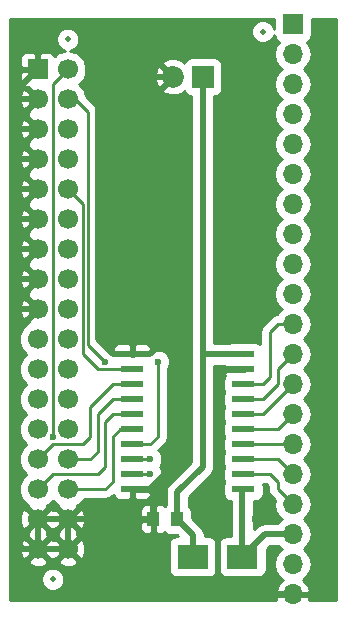
<source format=gbr>
G04 #@! TF.FileFunction,Copper,L1,Top,Signal*
%FSLAX46Y46*%
G04 Gerber Fmt 4.6, Leading zero omitted, Abs format (unit mm)*
G04 Created by KiCad (PCBNEW 4.0.7) date 05/03/18 17:21:10*
%MOMM*%
%LPD*%
G01*
G04 APERTURE LIST*
%ADD10C,0.100000*%
%ADD11R,1.700000X1.700000*%
%ADD12O,1.700000X1.700000*%
%ADD13R,1.000000X1.250000*%
%ADD14C,1.700000*%
%ADD15R,1.850000X1.850000*%
%ADD16C,1.850000*%
%ADD17R,1.950000X0.600000*%
%ADD18C,0.500000*%
%ADD19R,2.650000X2.030000*%
%ADD20C,0.600000*%
%ADD21C,0.500000*%
%ADD22C,0.250000*%
%ADD23C,0.254000*%
G04 APERTURE END LIST*
D10*
D11*
X124460000Y-79375000D03*
D12*
X124460000Y-81915000D03*
X124460000Y-84455000D03*
X124460000Y-86995000D03*
X124460000Y-89535000D03*
X124460000Y-92075000D03*
X124460000Y-94615000D03*
X124460000Y-97155000D03*
X124460000Y-99695000D03*
X124460000Y-102235000D03*
X124460000Y-104775000D03*
X124460000Y-107315000D03*
X124460000Y-109855000D03*
X124460000Y-112395000D03*
X124460000Y-114935000D03*
X124460000Y-117475000D03*
X124460000Y-120015000D03*
X124460000Y-122555000D03*
X124460000Y-125095000D03*
X124460000Y-127635000D03*
D13*
X114665000Y-121285000D03*
X112665000Y-121285000D03*
D11*
X102870000Y-83185000D03*
D14*
X105410000Y-83185000D03*
X102870000Y-85725000D03*
X105410000Y-85725000D03*
X102870000Y-88265000D03*
X105410000Y-88265000D03*
X102870000Y-90805000D03*
X105410000Y-90805000D03*
X102870000Y-93345000D03*
X105410000Y-93345000D03*
X102870000Y-95885000D03*
X105410000Y-95885000D03*
X102870000Y-98425000D03*
X105410000Y-98425000D03*
X102870000Y-100965000D03*
X105410000Y-100965000D03*
X102870000Y-103505000D03*
X105410000Y-103505000D03*
X102870000Y-106045000D03*
X105410000Y-106045000D03*
X102870000Y-108585000D03*
X105410000Y-108585000D03*
X102870000Y-111125000D03*
X105410000Y-111125000D03*
X102870000Y-113665000D03*
X105410000Y-113665000D03*
X102870000Y-116205000D03*
X105410000Y-116205000D03*
X102870000Y-118745000D03*
X105410000Y-118745000D03*
X102870000Y-121285000D03*
X105410000Y-121285000D03*
X102870000Y-123825000D03*
X105410000Y-123825000D03*
D15*
X116840000Y-83820000D03*
D16*
X114340000Y-83820000D03*
D17*
X110870000Y-107315000D03*
X110870000Y-108585000D03*
X110870000Y-109855000D03*
X110870000Y-111125000D03*
X110870000Y-112395000D03*
X110870000Y-113665000D03*
X110870000Y-114935000D03*
X110870000Y-116205000D03*
X110870000Y-117475000D03*
X110870000Y-118745000D03*
X120270000Y-118745000D03*
X120270000Y-117475000D03*
X120270000Y-116205000D03*
X120270000Y-114935000D03*
X120270000Y-113665000D03*
X120270000Y-112395000D03*
X120270000Y-111125000D03*
X120270000Y-109855000D03*
X120270000Y-108585000D03*
X120270000Y-107315000D03*
D18*
X105410000Y-80645000D03*
X121920000Y-80010000D03*
D19*
X116020000Y-124460000D03*
X120200000Y-124460000D03*
D18*
X104140000Y-126365000D03*
D20*
X118110000Y-121285000D03*
X121285000Y-121285000D03*
X114300000Y-104140000D03*
X104140000Y-114300000D03*
X112395000Y-116205000D03*
X113030000Y-107950000D03*
X108585000Y-107950000D03*
X112395000Y-117475000D03*
D21*
X114665000Y-121285000D02*
X116020000Y-122640000D01*
X116020000Y-122640000D02*
X116020000Y-124460000D01*
X120270000Y-107315000D02*
X116840000Y-107315000D01*
X116840000Y-83820000D02*
X116840000Y-107315000D01*
X116840000Y-107315000D02*
X116840000Y-116840000D01*
X114665000Y-119015000D02*
X114665000Y-121285000D01*
X116840000Y-116840000D02*
X114665000Y-119015000D01*
X114340000Y-83820000D02*
X109220000Y-83820000D01*
X109220000Y-83820000D02*
X107950000Y-85090000D01*
X114300000Y-106680000D02*
X114300000Y-104140000D01*
X110870000Y-107315000D02*
X109220000Y-107315000D01*
X109220000Y-107315000D02*
X107950000Y-106045000D01*
X107950000Y-106045000D02*
X107950000Y-85090000D01*
X114300000Y-83780000D02*
X114340000Y-83820000D01*
X110870000Y-107315000D02*
X112395000Y-107315000D01*
X113030000Y-106680000D02*
X114300000Y-106680000D01*
X114300000Y-106680000D02*
X114340000Y-106680000D01*
X112395000Y-107315000D02*
X113030000Y-106680000D01*
X120270000Y-108585000D02*
X118745000Y-108585000D01*
X118110000Y-109220000D02*
X118110000Y-121285000D01*
X118110000Y-121285000D02*
X118110000Y-127635000D01*
X118745000Y-108585000D02*
X118110000Y-109220000D01*
X114340000Y-106680000D02*
X114340000Y-116800000D01*
X114340000Y-116800000D02*
X112395000Y-118745000D01*
X124460000Y-127635000D02*
X118110000Y-127635000D01*
X118110000Y-127635000D02*
X101600000Y-127635000D01*
X100965000Y-127000000D02*
X100965000Y-123190000D01*
X101600000Y-127635000D02*
X100965000Y-127000000D01*
X112665000Y-121285000D02*
X112665000Y-119015000D01*
X112395000Y-118745000D02*
X110870000Y-118745000D01*
X112665000Y-119015000D02*
X112395000Y-118745000D01*
X105410000Y-121285000D02*
X112665000Y-121285000D01*
X102870000Y-103505000D02*
X100965000Y-103505000D01*
X102870000Y-100965000D02*
X100965000Y-100965000D01*
X102870000Y-98425000D02*
X100965000Y-98425000D01*
X102870000Y-95885000D02*
X100965000Y-95885000D01*
X102870000Y-93345000D02*
X100965000Y-93345000D01*
X102870000Y-90805000D02*
X100965000Y-90805000D01*
X102870000Y-88265000D02*
X100965000Y-88265000D01*
X102870000Y-85725000D02*
X100965000Y-85725000D01*
X105410000Y-121285000D02*
X105410000Y-123825000D01*
X102870000Y-121285000D02*
X105410000Y-121285000D01*
X102870000Y-121285000D02*
X102870000Y-123825000D01*
X105410000Y-123825000D02*
X102870000Y-123825000D01*
X102870000Y-123825000D02*
X101600000Y-123825000D01*
X101600000Y-123825000D02*
X100965000Y-123190000D01*
X100965000Y-123190000D02*
X100965000Y-103505000D01*
X100965000Y-103505000D02*
X100965000Y-100965000D01*
X100965000Y-100965000D02*
X100965000Y-98425000D01*
X100965000Y-98425000D02*
X100965000Y-95885000D01*
X100965000Y-95885000D02*
X100965000Y-93345000D01*
X100965000Y-93345000D02*
X100965000Y-90805000D01*
X100965000Y-90805000D02*
X100965000Y-88265000D01*
X100965000Y-88265000D02*
X100965000Y-85725000D01*
X100965000Y-85725000D02*
X100965000Y-85090000D01*
X100965000Y-85090000D02*
X102870000Y-83185000D01*
D22*
X120270000Y-109855000D02*
X121920000Y-109855000D01*
X123190000Y-104775000D02*
X124460000Y-104775000D01*
X122555000Y-105410000D02*
X123190000Y-104775000D01*
X122555000Y-109220000D02*
X122555000Y-105410000D01*
X121920000Y-109855000D02*
X122555000Y-109220000D01*
X120270000Y-111125000D02*
X121920000Y-111125000D01*
X123190000Y-108585000D02*
X124460000Y-107315000D01*
X123190000Y-109855000D02*
X123190000Y-108585000D01*
X121920000Y-111125000D02*
X123190000Y-109855000D01*
X120270000Y-112395000D02*
X121920000Y-112395000D01*
X121920000Y-112395000D02*
X124460000Y-109855000D01*
X120270000Y-113665000D02*
X123190000Y-113665000D01*
X123190000Y-113665000D02*
X124460000Y-112395000D01*
X120270000Y-114935000D02*
X124460000Y-114935000D01*
X120270000Y-116205000D02*
X123190000Y-116205000D01*
X123190000Y-116205000D02*
X124460000Y-117475000D01*
X120270000Y-117475000D02*
X122555000Y-117475000D01*
X123190000Y-118745000D02*
X124460000Y-120015000D01*
X123190000Y-118110000D02*
X123190000Y-118745000D01*
X122555000Y-117475000D02*
X123190000Y-118110000D01*
X110870000Y-116205000D02*
X112395000Y-116205000D01*
X104140000Y-84455000D02*
X105410000Y-83185000D01*
X104140000Y-114300000D02*
X104140000Y-84455000D01*
X105410000Y-85725000D02*
X106045000Y-85725000D01*
X106045000Y-85725000D02*
X107130002Y-86810002D01*
X112395000Y-114935000D02*
X110870000Y-114935000D01*
X113030000Y-114300000D02*
X112395000Y-114935000D01*
X113030000Y-107950000D02*
X113030000Y-114300000D01*
X107130002Y-106495002D02*
X108585000Y-107950000D01*
X107130002Y-86810002D02*
X107130002Y-106495002D01*
X105410000Y-93345000D02*
X106680000Y-94615000D01*
X107950000Y-108585000D02*
X110870000Y-108585000D01*
X106680000Y-107315000D02*
X107950000Y-108585000D01*
X106680000Y-94615000D02*
X106680000Y-107315000D01*
X112395000Y-117475000D02*
X110870000Y-117475000D01*
X102870000Y-116205000D02*
X104140000Y-114935000D01*
X109220000Y-109855000D02*
X110870000Y-109855000D01*
X107315000Y-111760000D02*
X109220000Y-109855000D01*
X107315000Y-114300000D02*
X107315000Y-111760000D01*
X106680000Y-114935000D02*
X107315000Y-114300000D01*
X104140000Y-114935000D02*
X106680000Y-114935000D01*
X105410000Y-116205000D02*
X107315000Y-116205000D01*
X109220000Y-111125000D02*
X110870000Y-111125000D01*
X107950000Y-112395000D02*
X109220000Y-111125000D01*
X107950000Y-115570000D02*
X107950000Y-112395000D01*
X107315000Y-116205000D02*
X107950000Y-115570000D01*
X102870000Y-118745000D02*
X104140000Y-117475000D01*
X109220000Y-112395000D02*
X110870000Y-112395000D01*
X108585000Y-113030000D02*
X109220000Y-112395000D01*
X108585000Y-113665000D02*
X108585000Y-113030000D01*
X108585000Y-116840000D02*
X108585000Y-113665000D01*
X107950000Y-117475000D02*
X108585000Y-116840000D01*
X104140000Y-117475000D02*
X107950000Y-117475000D01*
X105410000Y-118745000D02*
X108585000Y-118745000D01*
X109855000Y-113665000D02*
X110870000Y-113665000D01*
X109220000Y-114300000D02*
X109855000Y-113665000D01*
X109220000Y-118110000D02*
X109220000Y-114300000D01*
X108585000Y-118745000D02*
X109220000Y-118110000D01*
D21*
X124460000Y-122555000D02*
X122105000Y-122555000D01*
X122105000Y-122555000D02*
X120200000Y-124460000D01*
X120270000Y-118745000D02*
X120200000Y-118815000D01*
X120200000Y-118815000D02*
X120200000Y-124460000D01*
X120270000Y-124390000D02*
X120200000Y-124460000D01*
D23*
G36*
X122868758Y-79747753D02*
X122748744Y-79457297D01*
X122474149Y-79182222D01*
X122115190Y-79033170D01*
X121726515Y-79032830D01*
X121367297Y-79181256D01*
X121092222Y-79455851D01*
X120943170Y-79814810D01*
X120942830Y-80203485D01*
X121091256Y-80562703D01*
X121365851Y-80837778D01*
X121724810Y-80986830D01*
X122113485Y-80987170D01*
X122472703Y-80838744D01*
X122747778Y-80564149D01*
X122874947Y-80257891D01*
X122919451Y-80494410D01*
X123078672Y-80741846D01*
X123266864Y-80870433D01*
X122972147Y-81311508D01*
X122852105Y-81915000D01*
X122972147Y-82518492D01*
X123313998Y-83030107D01*
X123545811Y-83185000D01*
X123313998Y-83339893D01*
X122972147Y-83851508D01*
X122852105Y-84455000D01*
X122972147Y-85058492D01*
X123313998Y-85570107D01*
X123545811Y-85725000D01*
X123313998Y-85879893D01*
X122972147Y-86391508D01*
X122852105Y-86995000D01*
X122972147Y-87598492D01*
X123313998Y-88110107D01*
X123545811Y-88265000D01*
X123313998Y-88419893D01*
X122972147Y-88931508D01*
X122852105Y-89535000D01*
X122972147Y-90138492D01*
X123313998Y-90650107D01*
X123545811Y-90805000D01*
X123313998Y-90959893D01*
X122972147Y-91471508D01*
X122852105Y-92075000D01*
X122972147Y-92678492D01*
X123313998Y-93190107D01*
X123545811Y-93345000D01*
X123313998Y-93499893D01*
X122972147Y-94011508D01*
X122852105Y-94615000D01*
X122972147Y-95218492D01*
X123313998Y-95730107D01*
X123545811Y-95885000D01*
X123313998Y-96039893D01*
X122972147Y-96551508D01*
X122852105Y-97155000D01*
X122972147Y-97758492D01*
X123313998Y-98270107D01*
X123545811Y-98425000D01*
X123313998Y-98579893D01*
X122972147Y-99091508D01*
X122852105Y-99695000D01*
X122972147Y-100298492D01*
X123313998Y-100810107D01*
X123545811Y-100965000D01*
X123313998Y-101119893D01*
X122972147Y-101631508D01*
X122852105Y-102235000D01*
X122972147Y-102838492D01*
X123313998Y-103350107D01*
X123545811Y-103505000D01*
X123313998Y-103659893D01*
X123130254Y-103934884D01*
X122863954Y-103987855D01*
X122587545Y-104172545D01*
X121952545Y-104807545D01*
X121767855Y-105083954D01*
X121703000Y-105410000D01*
X121703000Y-106448051D01*
X121533385Y-106332157D01*
X121245000Y-106273758D01*
X119295000Y-106273758D01*
X119025590Y-106324451D01*
X119004534Y-106338000D01*
X117817000Y-106338000D01*
X117817000Y-85476458D01*
X118034410Y-85435549D01*
X118281846Y-85276328D01*
X118447843Y-85033385D01*
X118506242Y-84745000D01*
X118506242Y-82895000D01*
X118455549Y-82625590D01*
X118296328Y-82378154D01*
X118053385Y-82212157D01*
X117765000Y-82153758D01*
X115915000Y-82153758D01*
X115645590Y-82204451D01*
X115398154Y-82363672D01*
X115232157Y-82606615D01*
X115227254Y-82630829D01*
X115169179Y-82462668D01*
X114586632Y-82248675D01*
X113966539Y-82273903D01*
X113510821Y-82462668D01*
X113421349Y-82721744D01*
X114340000Y-83640395D01*
X114354143Y-83626253D01*
X114533748Y-83805858D01*
X114519605Y-83820000D01*
X114533748Y-83834143D01*
X114354143Y-84013748D01*
X114340000Y-83999605D01*
X113421349Y-84918256D01*
X113510821Y-85177332D01*
X114093368Y-85391325D01*
X114713461Y-85366097D01*
X115169179Y-85177332D01*
X115225097Y-85015414D01*
X115383672Y-85261846D01*
X115626615Y-85427843D01*
X115863000Y-85475712D01*
X115863000Y-116435313D01*
X113974157Y-118324157D01*
X113762370Y-118641118D01*
X113688000Y-119015000D01*
X113688000Y-120103032D01*
X113648154Y-120128672D01*
X113600882Y-120197856D01*
X113524698Y-120121673D01*
X113291309Y-120025000D01*
X112950750Y-120025000D01*
X112792000Y-120183750D01*
X112792000Y-121158000D01*
X112812000Y-121158000D01*
X112812000Y-121412000D01*
X112792000Y-121412000D01*
X112792000Y-122386250D01*
X112950750Y-122545000D01*
X113291309Y-122545000D01*
X113524698Y-122448327D01*
X113599415Y-122373610D01*
X113633672Y-122426846D01*
X113876615Y-122592843D01*
X114165000Y-122651242D01*
X114649556Y-122651242D01*
X114702071Y-122703758D01*
X114695000Y-122703758D01*
X114425590Y-122754451D01*
X114178154Y-122913672D01*
X114012157Y-123156615D01*
X113953758Y-123445000D01*
X113953758Y-125475000D01*
X114004451Y-125744410D01*
X114163672Y-125991846D01*
X114406615Y-126157843D01*
X114695000Y-126216242D01*
X117345000Y-126216242D01*
X117614410Y-126165549D01*
X117861846Y-126006328D01*
X118027843Y-125763385D01*
X118086242Y-125475000D01*
X118086242Y-123445000D01*
X118035549Y-123175590D01*
X117876328Y-122928154D01*
X117633385Y-122762157D01*
X117345000Y-122703758D01*
X116997000Y-122703758D01*
X116997000Y-122640000D01*
X116922630Y-122266118D01*
X116870186Y-122187630D01*
X116710843Y-121949156D01*
X115906242Y-121144556D01*
X115906242Y-120660000D01*
X115855549Y-120390590D01*
X115696328Y-120143154D01*
X115642000Y-120106033D01*
X115642000Y-119419686D01*
X117530843Y-117530844D01*
X117742630Y-117213882D01*
X117770025Y-117076156D01*
X117817000Y-116840000D01*
X117817000Y-108292000D01*
X118660000Y-108292000D01*
X118660000Y-108299250D01*
X118818750Y-108458000D01*
X120143000Y-108458000D01*
X120143000Y-108438000D01*
X120397000Y-108438000D01*
X120397000Y-108458000D01*
X120417000Y-108458000D01*
X120417000Y-108712000D01*
X120397000Y-108712000D01*
X120397000Y-108732000D01*
X120143000Y-108732000D01*
X120143000Y-108712000D01*
X118818750Y-108712000D01*
X118660000Y-108870750D01*
X118660000Y-109011310D01*
X118707782Y-109126665D01*
X118612157Y-109266615D01*
X118553758Y-109555000D01*
X118553758Y-110155000D01*
X118604451Y-110424410D01*
X118645372Y-110488003D01*
X118612157Y-110536615D01*
X118553758Y-110825000D01*
X118553758Y-111425000D01*
X118604451Y-111694410D01*
X118645372Y-111758003D01*
X118612157Y-111806615D01*
X118553758Y-112095000D01*
X118553758Y-112695000D01*
X118604451Y-112964410D01*
X118645372Y-113028003D01*
X118612157Y-113076615D01*
X118553758Y-113365000D01*
X118553758Y-113965000D01*
X118604451Y-114234410D01*
X118645372Y-114298003D01*
X118612157Y-114346615D01*
X118553758Y-114635000D01*
X118553758Y-115235000D01*
X118604451Y-115504410D01*
X118645372Y-115568003D01*
X118612157Y-115616615D01*
X118553758Y-115905000D01*
X118553758Y-116505000D01*
X118604451Y-116774410D01*
X118645372Y-116838003D01*
X118612157Y-116886615D01*
X118553758Y-117175000D01*
X118553758Y-117775000D01*
X118604451Y-118044410D01*
X118645372Y-118108003D01*
X118612157Y-118156615D01*
X118553758Y-118445000D01*
X118553758Y-119045000D01*
X118604451Y-119314410D01*
X118763672Y-119561846D01*
X119006615Y-119727843D01*
X119223000Y-119771662D01*
X119223000Y-122703758D01*
X118875000Y-122703758D01*
X118605590Y-122754451D01*
X118358154Y-122913672D01*
X118192157Y-123156615D01*
X118133758Y-123445000D01*
X118133758Y-125475000D01*
X118184451Y-125744410D01*
X118343672Y-125991846D01*
X118586615Y-126157843D01*
X118875000Y-126216242D01*
X121525000Y-126216242D01*
X121794410Y-126165549D01*
X122041846Y-126006328D01*
X122207843Y-125763385D01*
X122266242Y-125475000D01*
X122266242Y-123775444D01*
X122509686Y-123532000D01*
X123221718Y-123532000D01*
X123313998Y-123670107D01*
X123545811Y-123825000D01*
X123313998Y-123979893D01*
X122972147Y-124491508D01*
X122852105Y-125095000D01*
X122972147Y-125698492D01*
X123313998Y-126210107D01*
X123625118Y-126417991D01*
X123578642Y-126439817D01*
X123188355Y-126868076D01*
X123018524Y-127278110D01*
X123139845Y-127508000D01*
X124333000Y-127508000D01*
X124333000Y-127488000D01*
X124587000Y-127488000D01*
X124587000Y-127508000D01*
X125780155Y-127508000D01*
X125901476Y-127278110D01*
X125731645Y-126868076D01*
X125341358Y-126439817D01*
X125294882Y-126417991D01*
X125606002Y-126210107D01*
X125947853Y-125698492D01*
X126067895Y-125095000D01*
X125947853Y-124491508D01*
X125606002Y-123979893D01*
X125374189Y-123825000D01*
X125606002Y-123670107D01*
X125947853Y-123158492D01*
X126067895Y-122555000D01*
X125947853Y-121951508D01*
X125606002Y-121439893D01*
X125374189Y-121285000D01*
X125606002Y-121130107D01*
X125947853Y-120618492D01*
X126067895Y-120015000D01*
X125947853Y-119411508D01*
X125606002Y-118899893D01*
X125374189Y-118745000D01*
X125606002Y-118590107D01*
X125947853Y-118078492D01*
X126067895Y-117475000D01*
X125947853Y-116871508D01*
X125606002Y-116359893D01*
X125374189Y-116205000D01*
X125606002Y-116050107D01*
X125947853Y-115538492D01*
X126067895Y-114935000D01*
X125947853Y-114331508D01*
X125606002Y-113819893D01*
X125374189Y-113665000D01*
X125606002Y-113510107D01*
X125947853Y-112998492D01*
X126067895Y-112395000D01*
X125947853Y-111791508D01*
X125606002Y-111279893D01*
X125374189Y-111125000D01*
X125606002Y-110970107D01*
X125947853Y-110458492D01*
X126067895Y-109855000D01*
X125947853Y-109251508D01*
X125606002Y-108739893D01*
X125374189Y-108585000D01*
X125606002Y-108430107D01*
X125947853Y-107918492D01*
X126067895Y-107315000D01*
X125947853Y-106711508D01*
X125606002Y-106199893D01*
X125374189Y-106045000D01*
X125606002Y-105890107D01*
X125947853Y-105378492D01*
X126067895Y-104775000D01*
X125947853Y-104171508D01*
X125606002Y-103659893D01*
X125374189Y-103505000D01*
X125606002Y-103350107D01*
X125947853Y-102838492D01*
X126067895Y-102235000D01*
X125947853Y-101631508D01*
X125606002Y-101119893D01*
X125374189Y-100965000D01*
X125606002Y-100810107D01*
X125947853Y-100298492D01*
X126067895Y-99695000D01*
X125947853Y-99091508D01*
X125606002Y-98579893D01*
X125374189Y-98425000D01*
X125606002Y-98270107D01*
X125947853Y-97758492D01*
X126067895Y-97155000D01*
X125947853Y-96551508D01*
X125606002Y-96039893D01*
X125374189Y-95885000D01*
X125606002Y-95730107D01*
X125947853Y-95218492D01*
X126067895Y-94615000D01*
X125947853Y-94011508D01*
X125606002Y-93499893D01*
X125374189Y-93345000D01*
X125606002Y-93190107D01*
X125947853Y-92678492D01*
X126067895Y-92075000D01*
X125947853Y-91471508D01*
X125606002Y-90959893D01*
X125374189Y-90805000D01*
X125606002Y-90650107D01*
X125947853Y-90138492D01*
X126067895Y-89535000D01*
X125947853Y-88931508D01*
X125606002Y-88419893D01*
X125374189Y-88265000D01*
X125606002Y-88110107D01*
X125947853Y-87598492D01*
X126067895Y-86995000D01*
X125947853Y-86391508D01*
X125606002Y-85879893D01*
X125374189Y-85725000D01*
X125606002Y-85570107D01*
X125947853Y-85058492D01*
X126067895Y-84455000D01*
X125947853Y-83851508D01*
X125606002Y-83339893D01*
X125374189Y-83185000D01*
X125606002Y-83030107D01*
X125947853Y-82518492D01*
X126067895Y-81915000D01*
X125947853Y-81311508D01*
X125652049Y-80868807D01*
X125826846Y-80756328D01*
X125992843Y-80513385D01*
X126051242Y-80225000D01*
X126051242Y-78907000D01*
X128103000Y-78907000D01*
X128103000Y-128103000D01*
X125855456Y-128103000D01*
X125901476Y-127991890D01*
X125780155Y-127762000D01*
X124587000Y-127762000D01*
X124587000Y-127782000D01*
X124333000Y-127782000D01*
X124333000Y-127762000D01*
X123139845Y-127762000D01*
X123018524Y-127991890D01*
X123064544Y-128103000D01*
X100497000Y-128103000D01*
X100497000Y-126558485D01*
X103162830Y-126558485D01*
X103311256Y-126917703D01*
X103585851Y-127192778D01*
X103944810Y-127341830D01*
X104333485Y-127342170D01*
X104692703Y-127193744D01*
X104967778Y-126919149D01*
X105116830Y-126560190D01*
X105117170Y-126171515D01*
X104968744Y-125812297D01*
X104694149Y-125537222D01*
X104335190Y-125388170D01*
X103946515Y-125387830D01*
X103587297Y-125536256D01*
X103312222Y-125810851D01*
X103163170Y-126169810D01*
X103162830Y-126558485D01*
X100497000Y-126558485D01*
X100497000Y-124868958D01*
X102005647Y-124868958D01*
X102085920Y-125120259D01*
X102641279Y-125321718D01*
X103231458Y-125295315D01*
X103654080Y-125120259D01*
X103734353Y-124868958D01*
X104545647Y-124868958D01*
X104625920Y-125120259D01*
X105181279Y-125321718D01*
X105771458Y-125295315D01*
X106194080Y-125120259D01*
X106274353Y-124868958D01*
X105410000Y-124004605D01*
X104545647Y-124868958D01*
X103734353Y-124868958D01*
X102870000Y-124004605D01*
X102005647Y-124868958D01*
X100497000Y-124868958D01*
X100497000Y-123596279D01*
X101373282Y-123596279D01*
X101399685Y-124186458D01*
X101574741Y-124609080D01*
X101826042Y-124689353D01*
X102690395Y-123825000D01*
X103049605Y-123825000D01*
X103913958Y-124689353D01*
X104140000Y-124617148D01*
X104366042Y-124689353D01*
X105230395Y-123825000D01*
X105589605Y-123825000D01*
X106453958Y-124689353D01*
X106705259Y-124609080D01*
X106906718Y-124053721D01*
X106880315Y-123463542D01*
X106705259Y-123040920D01*
X106453958Y-122960647D01*
X105589605Y-123825000D01*
X105230395Y-123825000D01*
X104366042Y-122960647D01*
X104140000Y-123032852D01*
X103913958Y-122960647D01*
X103049605Y-123825000D01*
X102690395Y-123825000D01*
X101826042Y-122960647D01*
X101574741Y-123040920D01*
X101373282Y-123596279D01*
X100497000Y-123596279D01*
X100497000Y-122328958D01*
X102005647Y-122328958D01*
X102077852Y-122555000D01*
X102005647Y-122781042D01*
X102870000Y-123645395D01*
X103734353Y-122781042D01*
X103662148Y-122555000D01*
X103734353Y-122328958D01*
X104545647Y-122328958D01*
X104617852Y-122555000D01*
X104545647Y-122781042D01*
X105410000Y-123645395D01*
X106274353Y-122781042D01*
X106202148Y-122555000D01*
X106274353Y-122328958D01*
X105410000Y-121464605D01*
X104545647Y-122328958D01*
X103734353Y-122328958D01*
X102870000Y-121464605D01*
X102005647Y-122328958D01*
X100497000Y-122328958D01*
X100497000Y-121056279D01*
X101373282Y-121056279D01*
X101399685Y-121646458D01*
X101574741Y-122069080D01*
X101826042Y-122149353D01*
X102690395Y-121285000D01*
X103049605Y-121285000D01*
X103913958Y-122149353D01*
X104140000Y-122077148D01*
X104366042Y-122149353D01*
X105230395Y-121285000D01*
X105589605Y-121285000D01*
X106453958Y-122149353D01*
X106705259Y-122069080D01*
X106886030Y-121570750D01*
X111530000Y-121570750D01*
X111530000Y-122036310D01*
X111626673Y-122269699D01*
X111805302Y-122448327D01*
X112038691Y-122545000D01*
X112379250Y-122545000D01*
X112538000Y-122386250D01*
X112538000Y-121412000D01*
X111688750Y-121412000D01*
X111530000Y-121570750D01*
X106886030Y-121570750D01*
X106906718Y-121513721D01*
X106880315Y-120923542D01*
X106718833Y-120533690D01*
X111530000Y-120533690D01*
X111530000Y-120999250D01*
X111688750Y-121158000D01*
X112538000Y-121158000D01*
X112538000Y-120183750D01*
X112379250Y-120025000D01*
X112038691Y-120025000D01*
X111805302Y-120121673D01*
X111626673Y-120300301D01*
X111530000Y-120533690D01*
X106718833Y-120533690D01*
X106705259Y-120500920D01*
X106453958Y-120420647D01*
X105589605Y-121285000D01*
X105230395Y-121285000D01*
X104366042Y-120420647D01*
X104140000Y-120492852D01*
X103913958Y-120420647D01*
X103049605Y-121285000D01*
X102690395Y-121285000D01*
X101826042Y-120420647D01*
X101574741Y-120500920D01*
X101373282Y-121056279D01*
X100497000Y-121056279D01*
X100497000Y-106357308D01*
X101292727Y-106357308D01*
X101532305Y-106937132D01*
X101909784Y-107315270D01*
X101533864Y-107690535D01*
X101293275Y-108269939D01*
X101292727Y-108897308D01*
X101532305Y-109477132D01*
X101909784Y-109855270D01*
X101533864Y-110230535D01*
X101293275Y-110809939D01*
X101292727Y-111437308D01*
X101532305Y-112017132D01*
X101909784Y-112395270D01*
X101533864Y-112770535D01*
X101293275Y-113349939D01*
X101292727Y-113977308D01*
X101532305Y-114557132D01*
X101909784Y-114935270D01*
X101533864Y-115310535D01*
X101293275Y-115889939D01*
X101292727Y-116517308D01*
X101532305Y-117097132D01*
X101909784Y-117475270D01*
X101533864Y-117850535D01*
X101293275Y-118429939D01*
X101292727Y-119057308D01*
X101532305Y-119637132D01*
X101975535Y-120081136D01*
X102047218Y-120110901D01*
X102005647Y-120241042D01*
X102870000Y-121105395D01*
X103734353Y-120241042D01*
X103692909Y-120111297D01*
X103762132Y-120082695D01*
X104140270Y-119705216D01*
X104515535Y-120081136D01*
X104587218Y-120110901D01*
X104545647Y-120241042D01*
X105410000Y-121105395D01*
X106274353Y-120241042D01*
X106232909Y-120111297D01*
X106302132Y-120082695D01*
X106746136Y-119639465D01*
X106763769Y-119597000D01*
X108585000Y-119597000D01*
X108911046Y-119532145D01*
X109187455Y-119347455D01*
X109290344Y-119244566D01*
X109356673Y-119404699D01*
X109535302Y-119583327D01*
X109768691Y-119680000D01*
X110584250Y-119680000D01*
X110743000Y-119521250D01*
X110743000Y-118872000D01*
X110997000Y-118872000D01*
X110997000Y-119521250D01*
X111155750Y-119680000D01*
X111971309Y-119680000D01*
X112204698Y-119583327D01*
X112383327Y-119404699D01*
X112480000Y-119171310D01*
X112480000Y-119030750D01*
X112321250Y-118872000D01*
X110997000Y-118872000D01*
X110743000Y-118872000D01*
X110723000Y-118872000D01*
X110723000Y-118618000D01*
X110743000Y-118618000D01*
X110743000Y-118598000D01*
X110997000Y-118598000D01*
X110997000Y-118618000D01*
X112321250Y-118618000D01*
X112437213Y-118502037D01*
X112598387Y-118502178D01*
X112975989Y-118346156D01*
X113265140Y-118057508D01*
X113421821Y-117680179D01*
X113422178Y-117271613D01*
X113266156Y-116894011D01*
X113212397Y-116840159D01*
X113265140Y-116787508D01*
X113421821Y-116410179D01*
X113422178Y-116001613D01*
X113266156Y-115624011D01*
X113088682Y-115446228D01*
X113632455Y-114902455D01*
X113817145Y-114626046D01*
X113882000Y-114300000D01*
X113882000Y-108550616D01*
X113900140Y-108532508D01*
X114056821Y-108155179D01*
X114057178Y-107746613D01*
X113901156Y-107369011D01*
X113612508Y-107079860D01*
X113235179Y-106923179D01*
X112826613Y-106922822D01*
X112449011Y-107078844D01*
X112339667Y-107187998D01*
X112321252Y-107187998D01*
X112480000Y-107029250D01*
X112480000Y-106888690D01*
X112383327Y-106655301D01*
X112204698Y-106476673D01*
X111971309Y-106380000D01*
X111155750Y-106380000D01*
X110997000Y-106538750D01*
X110997000Y-107188000D01*
X111017000Y-107188000D01*
X111017000Y-107442000D01*
X110997000Y-107442000D01*
X110997000Y-107462000D01*
X110743000Y-107462000D01*
X110743000Y-107442000D01*
X110723000Y-107442000D01*
X110723000Y-107188000D01*
X110743000Y-107188000D01*
X110743000Y-106538750D01*
X110584250Y-106380000D01*
X109768691Y-106380000D01*
X109535302Y-106476673D01*
X109356673Y-106655301D01*
X109260000Y-106888690D01*
X109260000Y-107029250D01*
X109418748Y-107187998D01*
X109275458Y-107187998D01*
X109167508Y-107079860D01*
X108790179Y-106923179D01*
X108763065Y-106923155D01*
X107982002Y-106142092D01*
X107982002Y-86810002D01*
X107917147Y-86483956D01*
X107732457Y-86207547D01*
X106987230Y-85462320D01*
X106987273Y-85412692D01*
X106747695Y-84832868D01*
X106370216Y-84454730D01*
X106746136Y-84079465D01*
X106956285Y-83573368D01*
X112768675Y-83573368D01*
X112793903Y-84193461D01*
X112982668Y-84649179D01*
X113241744Y-84738651D01*
X114160395Y-83820000D01*
X113241744Y-82901349D01*
X112982668Y-82990821D01*
X112768675Y-83573368D01*
X106956285Y-83573368D01*
X106986725Y-83500061D01*
X106987273Y-82872692D01*
X106747695Y-82292868D01*
X106304465Y-81848864D01*
X105725061Y-81608275D01*
X105637299Y-81608198D01*
X105962703Y-81473744D01*
X106237778Y-81199149D01*
X106386830Y-80840190D01*
X106387170Y-80451515D01*
X106238744Y-80092297D01*
X105964149Y-79817222D01*
X105605190Y-79668170D01*
X105216515Y-79667830D01*
X104857297Y-79816256D01*
X104582222Y-80090851D01*
X104433170Y-80449810D01*
X104432830Y-80838485D01*
X104581256Y-81197703D01*
X104855851Y-81472778D01*
X105181021Y-81607800D01*
X105097692Y-81607727D01*
X104517868Y-81847305D01*
X104296742Y-82068045D01*
X104258327Y-81975302D01*
X104079699Y-81796673D01*
X103846310Y-81700000D01*
X103155750Y-81700000D01*
X102997000Y-81858750D01*
X102997000Y-83058000D01*
X103017000Y-83058000D01*
X103017000Y-83312000D01*
X102997000Y-83312000D01*
X102997000Y-83332000D01*
X102743000Y-83332000D01*
X102743000Y-83312000D01*
X101543750Y-83312000D01*
X101385000Y-83470750D01*
X101385000Y-84161309D01*
X101481673Y-84394698D01*
X101660301Y-84573327D01*
X101893690Y-84670000D01*
X102009174Y-84670000D01*
X102005647Y-84681042D01*
X102870000Y-85545395D01*
X102884143Y-85531253D01*
X103063748Y-85710858D01*
X103049605Y-85725000D01*
X103063748Y-85739143D01*
X102884143Y-85918748D01*
X102870000Y-85904605D01*
X102005647Y-86768958D01*
X102077852Y-86995000D01*
X102005647Y-87221042D01*
X102870000Y-88085395D01*
X102884143Y-88071253D01*
X103063748Y-88250858D01*
X103049605Y-88265000D01*
X103063748Y-88279143D01*
X102884143Y-88458748D01*
X102870000Y-88444605D01*
X102005647Y-89308958D01*
X102077852Y-89535000D01*
X102005647Y-89761042D01*
X102870000Y-90625395D01*
X102884143Y-90611253D01*
X103063748Y-90790858D01*
X103049605Y-90805000D01*
X103063748Y-90819143D01*
X102884143Y-90998748D01*
X102870000Y-90984605D01*
X102005647Y-91848958D01*
X102077852Y-92075000D01*
X102005647Y-92301042D01*
X102870000Y-93165395D01*
X102884143Y-93151253D01*
X103063748Y-93330858D01*
X103049605Y-93345000D01*
X103063748Y-93359143D01*
X102884143Y-93538748D01*
X102870000Y-93524605D01*
X102005647Y-94388958D01*
X102077852Y-94615000D01*
X102005647Y-94841042D01*
X102870000Y-95705395D01*
X102884143Y-95691253D01*
X103063748Y-95870858D01*
X103049605Y-95885000D01*
X103063748Y-95899143D01*
X102884143Y-96078748D01*
X102870000Y-96064605D01*
X102005647Y-96928958D01*
X102077852Y-97155000D01*
X102005647Y-97381042D01*
X102870000Y-98245395D01*
X102884143Y-98231253D01*
X103063748Y-98410858D01*
X103049605Y-98425000D01*
X103063748Y-98439143D01*
X102884143Y-98618748D01*
X102870000Y-98604605D01*
X102005647Y-99468958D01*
X102077852Y-99695000D01*
X102005647Y-99921042D01*
X102870000Y-100785395D01*
X102884143Y-100771253D01*
X103063748Y-100950858D01*
X103049605Y-100965000D01*
X103063748Y-100979143D01*
X102884143Y-101158748D01*
X102870000Y-101144605D01*
X102005647Y-102008958D01*
X102077852Y-102235000D01*
X102005647Y-102461042D01*
X102870000Y-103325395D01*
X102884143Y-103311253D01*
X103063748Y-103490858D01*
X103049605Y-103505000D01*
X103063748Y-103519143D01*
X102884143Y-103698748D01*
X102870000Y-103684605D01*
X102005647Y-104548958D01*
X102047091Y-104678703D01*
X101977868Y-104707305D01*
X101533864Y-105150535D01*
X101293275Y-105729939D01*
X101292727Y-106357308D01*
X100497000Y-106357308D01*
X100497000Y-103276279D01*
X101373282Y-103276279D01*
X101399685Y-103866458D01*
X101574741Y-104289080D01*
X101826042Y-104369353D01*
X102690395Y-103505000D01*
X101826042Y-102640647D01*
X101574741Y-102720920D01*
X101373282Y-103276279D01*
X100497000Y-103276279D01*
X100497000Y-100736279D01*
X101373282Y-100736279D01*
X101399685Y-101326458D01*
X101574741Y-101749080D01*
X101826042Y-101829353D01*
X102690395Y-100965000D01*
X101826042Y-100100647D01*
X101574741Y-100180920D01*
X101373282Y-100736279D01*
X100497000Y-100736279D01*
X100497000Y-98196279D01*
X101373282Y-98196279D01*
X101399685Y-98786458D01*
X101574741Y-99209080D01*
X101826042Y-99289353D01*
X102690395Y-98425000D01*
X101826042Y-97560647D01*
X101574741Y-97640920D01*
X101373282Y-98196279D01*
X100497000Y-98196279D01*
X100497000Y-95656279D01*
X101373282Y-95656279D01*
X101399685Y-96246458D01*
X101574741Y-96669080D01*
X101826042Y-96749353D01*
X102690395Y-95885000D01*
X101826042Y-95020647D01*
X101574741Y-95100920D01*
X101373282Y-95656279D01*
X100497000Y-95656279D01*
X100497000Y-93116279D01*
X101373282Y-93116279D01*
X101399685Y-93706458D01*
X101574741Y-94129080D01*
X101826042Y-94209353D01*
X102690395Y-93345000D01*
X101826042Y-92480647D01*
X101574741Y-92560920D01*
X101373282Y-93116279D01*
X100497000Y-93116279D01*
X100497000Y-90576279D01*
X101373282Y-90576279D01*
X101399685Y-91166458D01*
X101574741Y-91589080D01*
X101826042Y-91669353D01*
X102690395Y-90805000D01*
X101826042Y-89940647D01*
X101574741Y-90020920D01*
X101373282Y-90576279D01*
X100497000Y-90576279D01*
X100497000Y-88036279D01*
X101373282Y-88036279D01*
X101399685Y-88626458D01*
X101574741Y-89049080D01*
X101826042Y-89129353D01*
X102690395Y-88265000D01*
X101826042Y-87400647D01*
X101574741Y-87480920D01*
X101373282Y-88036279D01*
X100497000Y-88036279D01*
X100497000Y-85496279D01*
X101373282Y-85496279D01*
X101399685Y-86086458D01*
X101574741Y-86509080D01*
X101826042Y-86589353D01*
X102690395Y-85725000D01*
X101826042Y-84860647D01*
X101574741Y-84940920D01*
X101373282Y-85496279D01*
X100497000Y-85496279D01*
X100497000Y-82208691D01*
X101385000Y-82208691D01*
X101385000Y-82899250D01*
X101543750Y-83058000D01*
X102743000Y-83058000D01*
X102743000Y-81858750D01*
X102584250Y-81700000D01*
X101893690Y-81700000D01*
X101660301Y-81796673D01*
X101481673Y-81975302D01*
X101385000Y-82208691D01*
X100497000Y-82208691D01*
X100497000Y-78907000D01*
X122868758Y-78907000D01*
X122868758Y-79747753D01*
X122868758Y-79747753D01*
G37*
X122868758Y-79747753D02*
X122748744Y-79457297D01*
X122474149Y-79182222D01*
X122115190Y-79033170D01*
X121726515Y-79032830D01*
X121367297Y-79181256D01*
X121092222Y-79455851D01*
X120943170Y-79814810D01*
X120942830Y-80203485D01*
X121091256Y-80562703D01*
X121365851Y-80837778D01*
X121724810Y-80986830D01*
X122113485Y-80987170D01*
X122472703Y-80838744D01*
X122747778Y-80564149D01*
X122874947Y-80257891D01*
X122919451Y-80494410D01*
X123078672Y-80741846D01*
X123266864Y-80870433D01*
X122972147Y-81311508D01*
X122852105Y-81915000D01*
X122972147Y-82518492D01*
X123313998Y-83030107D01*
X123545811Y-83185000D01*
X123313998Y-83339893D01*
X122972147Y-83851508D01*
X122852105Y-84455000D01*
X122972147Y-85058492D01*
X123313998Y-85570107D01*
X123545811Y-85725000D01*
X123313998Y-85879893D01*
X122972147Y-86391508D01*
X122852105Y-86995000D01*
X122972147Y-87598492D01*
X123313998Y-88110107D01*
X123545811Y-88265000D01*
X123313998Y-88419893D01*
X122972147Y-88931508D01*
X122852105Y-89535000D01*
X122972147Y-90138492D01*
X123313998Y-90650107D01*
X123545811Y-90805000D01*
X123313998Y-90959893D01*
X122972147Y-91471508D01*
X122852105Y-92075000D01*
X122972147Y-92678492D01*
X123313998Y-93190107D01*
X123545811Y-93345000D01*
X123313998Y-93499893D01*
X122972147Y-94011508D01*
X122852105Y-94615000D01*
X122972147Y-95218492D01*
X123313998Y-95730107D01*
X123545811Y-95885000D01*
X123313998Y-96039893D01*
X122972147Y-96551508D01*
X122852105Y-97155000D01*
X122972147Y-97758492D01*
X123313998Y-98270107D01*
X123545811Y-98425000D01*
X123313998Y-98579893D01*
X122972147Y-99091508D01*
X122852105Y-99695000D01*
X122972147Y-100298492D01*
X123313998Y-100810107D01*
X123545811Y-100965000D01*
X123313998Y-101119893D01*
X122972147Y-101631508D01*
X122852105Y-102235000D01*
X122972147Y-102838492D01*
X123313998Y-103350107D01*
X123545811Y-103505000D01*
X123313998Y-103659893D01*
X123130254Y-103934884D01*
X122863954Y-103987855D01*
X122587545Y-104172545D01*
X121952545Y-104807545D01*
X121767855Y-105083954D01*
X121703000Y-105410000D01*
X121703000Y-106448051D01*
X121533385Y-106332157D01*
X121245000Y-106273758D01*
X119295000Y-106273758D01*
X119025590Y-106324451D01*
X119004534Y-106338000D01*
X117817000Y-106338000D01*
X117817000Y-85476458D01*
X118034410Y-85435549D01*
X118281846Y-85276328D01*
X118447843Y-85033385D01*
X118506242Y-84745000D01*
X118506242Y-82895000D01*
X118455549Y-82625590D01*
X118296328Y-82378154D01*
X118053385Y-82212157D01*
X117765000Y-82153758D01*
X115915000Y-82153758D01*
X115645590Y-82204451D01*
X115398154Y-82363672D01*
X115232157Y-82606615D01*
X115227254Y-82630829D01*
X115169179Y-82462668D01*
X114586632Y-82248675D01*
X113966539Y-82273903D01*
X113510821Y-82462668D01*
X113421349Y-82721744D01*
X114340000Y-83640395D01*
X114354143Y-83626253D01*
X114533748Y-83805858D01*
X114519605Y-83820000D01*
X114533748Y-83834143D01*
X114354143Y-84013748D01*
X114340000Y-83999605D01*
X113421349Y-84918256D01*
X113510821Y-85177332D01*
X114093368Y-85391325D01*
X114713461Y-85366097D01*
X115169179Y-85177332D01*
X115225097Y-85015414D01*
X115383672Y-85261846D01*
X115626615Y-85427843D01*
X115863000Y-85475712D01*
X115863000Y-116435313D01*
X113974157Y-118324157D01*
X113762370Y-118641118D01*
X113688000Y-119015000D01*
X113688000Y-120103032D01*
X113648154Y-120128672D01*
X113600882Y-120197856D01*
X113524698Y-120121673D01*
X113291309Y-120025000D01*
X112950750Y-120025000D01*
X112792000Y-120183750D01*
X112792000Y-121158000D01*
X112812000Y-121158000D01*
X112812000Y-121412000D01*
X112792000Y-121412000D01*
X112792000Y-122386250D01*
X112950750Y-122545000D01*
X113291309Y-122545000D01*
X113524698Y-122448327D01*
X113599415Y-122373610D01*
X113633672Y-122426846D01*
X113876615Y-122592843D01*
X114165000Y-122651242D01*
X114649556Y-122651242D01*
X114702071Y-122703758D01*
X114695000Y-122703758D01*
X114425590Y-122754451D01*
X114178154Y-122913672D01*
X114012157Y-123156615D01*
X113953758Y-123445000D01*
X113953758Y-125475000D01*
X114004451Y-125744410D01*
X114163672Y-125991846D01*
X114406615Y-126157843D01*
X114695000Y-126216242D01*
X117345000Y-126216242D01*
X117614410Y-126165549D01*
X117861846Y-126006328D01*
X118027843Y-125763385D01*
X118086242Y-125475000D01*
X118086242Y-123445000D01*
X118035549Y-123175590D01*
X117876328Y-122928154D01*
X117633385Y-122762157D01*
X117345000Y-122703758D01*
X116997000Y-122703758D01*
X116997000Y-122640000D01*
X116922630Y-122266118D01*
X116870186Y-122187630D01*
X116710843Y-121949156D01*
X115906242Y-121144556D01*
X115906242Y-120660000D01*
X115855549Y-120390590D01*
X115696328Y-120143154D01*
X115642000Y-120106033D01*
X115642000Y-119419686D01*
X117530843Y-117530844D01*
X117742630Y-117213882D01*
X117770025Y-117076156D01*
X117817000Y-116840000D01*
X117817000Y-108292000D01*
X118660000Y-108292000D01*
X118660000Y-108299250D01*
X118818750Y-108458000D01*
X120143000Y-108458000D01*
X120143000Y-108438000D01*
X120397000Y-108438000D01*
X120397000Y-108458000D01*
X120417000Y-108458000D01*
X120417000Y-108712000D01*
X120397000Y-108712000D01*
X120397000Y-108732000D01*
X120143000Y-108732000D01*
X120143000Y-108712000D01*
X118818750Y-108712000D01*
X118660000Y-108870750D01*
X118660000Y-109011310D01*
X118707782Y-109126665D01*
X118612157Y-109266615D01*
X118553758Y-109555000D01*
X118553758Y-110155000D01*
X118604451Y-110424410D01*
X118645372Y-110488003D01*
X118612157Y-110536615D01*
X118553758Y-110825000D01*
X118553758Y-111425000D01*
X118604451Y-111694410D01*
X118645372Y-111758003D01*
X118612157Y-111806615D01*
X118553758Y-112095000D01*
X118553758Y-112695000D01*
X118604451Y-112964410D01*
X118645372Y-113028003D01*
X118612157Y-113076615D01*
X118553758Y-113365000D01*
X118553758Y-113965000D01*
X118604451Y-114234410D01*
X118645372Y-114298003D01*
X118612157Y-114346615D01*
X118553758Y-114635000D01*
X118553758Y-115235000D01*
X118604451Y-115504410D01*
X118645372Y-115568003D01*
X118612157Y-115616615D01*
X118553758Y-115905000D01*
X118553758Y-116505000D01*
X118604451Y-116774410D01*
X118645372Y-116838003D01*
X118612157Y-116886615D01*
X118553758Y-117175000D01*
X118553758Y-117775000D01*
X118604451Y-118044410D01*
X118645372Y-118108003D01*
X118612157Y-118156615D01*
X118553758Y-118445000D01*
X118553758Y-119045000D01*
X118604451Y-119314410D01*
X118763672Y-119561846D01*
X119006615Y-119727843D01*
X119223000Y-119771662D01*
X119223000Y-122703758D01*
X118875000Y-122703758D01*
X118605590Y-122754451D01*
X118358154Y-122913672D01*
X118192157Y-123156615D01*
X118133758Y-123445000D01*
X118133758Y-125475000D01*
X118184451Y-125744410D01*
X118343672Y-125991846D01*
X118586615Y-126157843D01*
X118875000Y-126216242D01*
X121525000Y-126216242D01*
X121794410Y-126165549D01*
X122041846Y-126006328D01*
X122207843Y-125763385D01*
X122266242Y-125475000D01*
X122266242Y-123775444D01*
X122509686Y-123532000D01*
X123221718Y-123532000D01*
X123313998Y-123670107D01*
X123545811Y-123825000D01*
X123313998Y-123979893D01*
X122972147Y-124491508D01*
X122852105Y-125095000D01*
X122972147Y-125698492D01*
X123313998Y-126210107D01*
X123625118Y-126417991D01*
X123578642Y-126439817D01*
X123188355Y-126868076D01*
X123018524Y-127278110D01*
X123139845Y-127508000D01*
X124333000Y-127508000D01*
X124333000Y-127488000D01*
X124587000Y-127488000D01*
X124587000Y-127508000D01*
X125780155Y-127508000D01*
X125901476Y-127278110D01*
X125731645Y-126868076D01*
X125341358Y-126439817D01*
X125294882Y-126417991D01*
X125606002Y-126210107D01*
X125947853Y-125698492D01*
X126067895Y-125095000D01*
X125947853Y-124491508D01*
X125606002Y-123979893D01*
X125374189Y-123825000D01*
X125606002Y-123670107D01*
X125947853Y-123158492D01*
X126067895Y-122555000D01*
X125947853Y-121951508D01*
X125606002Y-121439893D01*
X125374189Y-121285000D01*
X125606002Y-121130107D01*
X125947853Y-120618492D01*
X126067895Y-120015000D01*
X125947853Y-119411508D01*
X125606002Y-118899893D01*
X125374189Y-118745000D01*
X125606002Y-118590107D01*
X125947853Y-118078492D01*
X126067895Y-117475000D01*
X125947853Y-116871508D01*
X125606002Y-116359893D01*
X125374189Y-116205000D01*
X125606002Y-116050107D01*
X125947853Y-115538492D01*
X126067895Y-114935000D01*
X125947853Y-114331508D01*
X125606002Y-113819893D01*
X125374189Y-113665000D01*
X125606002Y-113510107D01*
X125947853Y-112998492D01*
X126067895Y-112395000D01*
X125947853Y-111791508D01*
X125606002Y-111279893D01*
X125374189Y-111125000D01*
X125606002Y-110970107D01*
X125947853Y-110458492D01*
X126067895Y-109855000D01*
X125947853Y-109251508D01*
X125606002Y-108739893D01*
X125374189Y-108585000D01*
X125606002Y-108430107D01*
X125947853Y-107918492D01*
X126067895Y-107315000D01*
X125947853Y-106711508D01*
X125606002Y-106199893D01*
X125374189Y-106045000D01*
X125606002Y-105890107D01*
X125947853Y-105378492D01*
X126067895Y-104775000D01*
X125947853Y-104171508D01*
X125606002Y-103659893D01*
X125374189Y-103505000D01*
X125606002Y-103350107D01*
X125947853Y-102838492D01*
X126067895Y-102235000D01*
X125947853Y-101631508D01*
X125606002Y-101119893D01*
X125374189Y-100965000D01*
X125606002Y-100810107D01*
X125947853Y-100298492D01*
X126067895Y-99695000D01*
X125947853Y-99091508D01*
X125606002Y-98579893D01*
X125374189Y-98425000D01*
X125606002Y-98270107D01*
X125947853Y-97758492D01*
X126067895Y-97155000D01*
X125947853Y-96551508D01*
X125606002Y-96039893D01*
X125374189Y-95885000D01*
X125606002Y-95730107D01*
X125947853Y-95218492D01*
X126067895Y-94615000D01*
X125947853Y-94011508D01*
X125606002Y-93499893D01*
X125374189Y-93345000D01*
X125606002Y-93190107D01*
X125947853Y-92678492D01*
X126067895Y-92075000D01*
X125947853Y-91471508D01*
X125606002Y-90959893D01*
X125374189Y-90805000D01*
X125606002Y-90650107D01*
X125947853Y-90138492D01*
X126067895Y-89535000D01*
X125947853Y-88931508D01*
X125606002Y-88419893D01*
X125374189Y-88265000D01*
X125606002Y-88110107D01*
X125947853Y-87598492D01*
X126067895Y-86995000D01*
X125947853Y-86391508D01*
X125606002Y-85879893D01*
X125374189Y-85725000D01*
X125606002Y-85570107D01*
X125947853Y-85058492D01*
X126067895Y-84455000D01*
X125947853Y-83851508D01*
X125606002Y-83339893D01*
X125374189Y-83185000D01*
X125606002Y-83030107D01*
X125947853Y-82518492D01*
X126067895Y-81915000D01*
X125947853Y-81311508D01*
X125652049Y-80868807D01*
X125826846Y-80756328D01*
X125992843Y-80513385D01*
X126051242Y-80225000D01*
X126051242Y-78907000D01*
X128103000Y-78907000D01*
X128103000Y-128103000D01*
X125855456Y-128103000D01*
X125901476Y-127991890D01*
X125780155Y-127762000D01*
X124587000Y-127762000D01*
X124587000Y-127782000D01*
X124333000Y-127782000D01*
X124333000Y-127762000D01*
X123139845Y-127762000D01*
X123018524Y-127991890D01*
X123064544Y-128103000D01*
X100497000Y-128103000D01*
X100497000Y-126558485D01*
X103162830Y-126558485D01*
X103311256Y-126917703D01*
X103585851Y-127192778D01*
X103944810Y-127341830D01*
X104333485Y-127342170D01*
X104692703Y-127193744D01*
X104967778Y-126919149D01*
X105116830Y-126560190D01*
X105117170Y-126171515D01*
X104968744Y-125812297D01*
X104694149Y-125537222D01*
X104335190Y-125388170D01*
X103946515Y-125387830D01*
X103587297Y-125536256D01*
X103312222Y-125810851D01*
X103163170Y-126169810D01*
X103162830Y-126558485D01*
X100497000Y-126558485D01*
X100497000Y-124868958D01*
X102005647Y-124868958D01*
X102085920Y-125120259D01*
X102641279Y-125321718D01*
X103231458Y-125295315D01*
X103654080Y-125120259D01*
X103734353Y-124868958D01*
X104545647Y-124868958D01*
X104625920Y-125120259D01*
X105181279Y-125321718D01*
X105771458Y-125295315D01*
X106194080Y-125120259D01*
X106274353Y-124868958D01*
X105410000Y-124004605D01*
X104545647Y-124868958D01*
X103734353Y-124868958D01*
X102870000Y-124004605D01*
X102005647Y-124868958D01*
X100497000Y-124868958D01*
X100497000Y-123596279D01*
X101373282Y-123596279D01*
X101399685Y-124186458D01*
X101574741Y-124609080D01*
X101826042Y-124689353D01*
X102690395Y-123825000D01*
X103049605Y-123825000D01*
X103913958Y-124689353D01*
X104140000Y-124617148D01*
X104366042Y-124689353D01*
X105230395Y-123825000D01*
X105589605Y-123825000D01*
X106453958Y-124689353D01*
X106705259Y-124609080D01*
X106906718Y-124053721D01*
X106880315Y-123463542D01*
X106705259Y-123040920D01*
X106453958Y-122960647D01*
X105589605Y-123825000D01*
X105230395Y-123825000D01*
X104366042Y-122960647D01*
X104140000Y-123032852D01*
X103913958Y-122960647D01*
X103049605Y-123825000D01*
X102690395Y-123825000D01*
X101826042Y-122960647D01*
X101574741Y-123040920D01*
X101373282Y-123596279D01*
X100497000Y-123596279D01*
X100497000Y-122328958D01*
X102005647Y-122328958D01*
X102077852Y-122555000D01*
X102005647Y-122781042D01*
X102870000Y-123645395D01*
X103734353Y-122781042D01*
X103662148Y-122555000D01*
X103734353Y-122328958D01*
X104545647Y-122328958D01*
X104617852Y-122555000D01*
X104545647Y-122781042D01*
X105410000Y-123645395D01*
X106274353Y-122781042D01*
X106202148Y-122555000D01*
X106274353Y-122328958D01*
X105410000Y-121464605D01*
X104545647Y-122328958D01*
X103734353Y-122328958D01*
X102870000Y-121464605D01*
X102005647Y-122328958D01*
X100497000Y-122328958D01*
X100497000Y-121056279D01*
X101373282Y-121056279D01*
X101399685Y-121646458D01*
X101574741Y-122069080D01*
X101826042Y-122149353D01*
X102690395Y-121285000D01*
X103049605Y-121285000D01*
X103913958Y-122149353D01*
X104140000Y-122077148D01*
X104366042Y-122149353D01*
X105230395Y-121285000D01*
X105589605Y-121285000D01*
X106453958Y-122149353D01*
X106705259Y-122069080D01*
X106886030Y-121570750D01*
X111530000Y-121570750D01*
X111530000Y-122036310D01*
X111626673Y-122269699D01*
X111805302Y-122448327D01*
X112038691Y-122545000D01*
X112379250Y-122545000D01*
X112538000Y-122386250D01*
X112538000Y-121412000D01*
X111688750Y-121412000D01*
X111530000Y-121570750D01*
X106886030Y-121570750D01*
X106906718Y-121513721D01*
X106880315Y-120923542D01*
X106718833Y-120533690D01*
X111530000Y-120533690D01*
X111530000Y-120999250D01*
X111688750Y-121158000D01*
X112538000Y-121158000D01*
X112538000Y-120183750D01*
X112379250Y-120025000D01*
X112038691Y-120025000D01*
X111805302Y-120121673D01*
X111626673Y-120300301D01*
X111530000Y-120533690D01*
X106718833Y-120533690D01*
X106705259Y-120500920D01*
X106453958Y-120420647D01*
X105589605Y-121285000D01*
X105230395Y-121285000D01*
X104366042Y-120420647D01*
X104140000Y-120492852D01*
X103913958Y-120420647D01*
X103049605Y-121285000D01*
X102690395Y-121285000D01*
X101826042Y-120420647D01*
X101574741Y-120500920D01*
X101373282Y-121056279D01*
X100497000Y-121056279D01*
X100497000Y-106357308D01*
X101292727Y-106357308D01*
X101532305Y-106937132D01*
X101909784Y-107315270D01*
X101533864Y-107690535D01*
X101293275Y-108269939D01*
X101292727Y-108897308D01*
X101532305Y-109477132D01*
X101909784Y-109855270D01*
X101533864Y-110230535D01*
X101293275Y-110809939D01*
X101292727Y-111437308D01*
X101532305Y-112017132D01*
X101909784Y-112395270D01*
X101533864Y-112770535D01*
X101293275Y-113349939D01*
X101292727Y-113977308D01*
X101532305Y-114557132D01*
X101909784Y-114935270D01*
X101533864Y-115310535D01*
X101293275Y-115889939D01*
X101292727Y-116517308D01*
X101532305Y-117097132D01*
X101909784Y-117475270D01*
X101533864Y-117850535D01*
X101293275Y-118429939D01*
X101292727Y-119057308D01*
X101532305Y-119637132D01*
X101975535Y-120081136D01*
X102047218Y-120110901D01*
X102005647Y-120241042D01*
X102870000Y-121105395D01*
X103734353Y-120241042D01*
X103692909Y-120111297D01*
X103762132Y-120082695D01*
X104140270Y-119705216D01*
X104515535Y-120081136D01*
X104587218Y-120110901D01*
X104545647Y-120241042D01*
X105410000Y-121105395D01*
X106274353Y-120241042D01*
X106232909Y-120111297D01*
X106302132Y-120082695D01*
X106746136Y-119639465D01*
X106763769Y-119597000D01*
X108585000Y-119597000D01*
X108911046Y-119532145D01*
X109187455Y-119347455D01*
X109290344Y-119244566D01*
X109356673Y-119404699D01*
X109535302Y-119583327D01*
X109768691Y-119680000D01*
X110584250Y-119680000D01*
X110743000Y-119521250D01*
X110743000Y-118872000D01*
X110997000Y-118872000D01*
X110997000Y-119521250D01*
X111155750Y-119680000D01*
X111971309Y-119680000D01*
X112204698Y-119583327D01*
X112383327Y-119404699D01*
X112480000Y-119171310D01*
X112480000Y-119030750D01*
X112321250Y-118872000D01*
X110997000Y-118872000D01*
X110743000Y-118872000D01*
X110723000Y-118872000D01*
X110723000Y-118618000D01*
X110743000Y-118618000D01*
X110743000Y-118598000D01*
X110997000Y-118598000D01*
X110997000Y-118618000D01*
X112321250Y-118618000D01*
X112437213Y-118502037D01*
X112598387Y-118502178D01*
X112975989Y-118346156D01*
X113265140Y-118057508D01*
X113421821Y-117680179D01*
X113422178Y-117271613D01*
X113266156Y-116894011D01*
X113212397Y-116840159D01*
X113265140Y-116787508D01*
X113421821Y-116410179D01*
X113422178Y-116001613D01*
X113266156Y-115624011D01*
X113088682Y-115446228D01*
X113632455Y-114902455D01*
X113817145Y-114626046D01*
X113882000Y-114300000D01*
X113882000Y-108550616D01*
X113900140Y-108532508D01*
X114056821Y-108155179D01*
X114057178Y-107746613D01*
X113901156Y-107369011D01*
X113612508Y-107079860D01*
X113235179Y-106923179D01*
X112826613Y-106922822D01*
X112449011Y-107078844D01*
X112339667Y-107187998D01*
X112321252Y-107187998D01*
X112480000Y-107029250D01*
X112480000Y-106888690D01*
X112383327Y-106655301D01*
X112204698Y-106476673D01*
X111971309Y-106380000D01*
X111155750Y-106380000D01*
X110997000Y-106538750D01*
X110997000Y-107188000D01*
X111017000Y-107188000D01*
X111017000Y-107442000D01*
X110997000Y-107442000D01*
X110997000Y-107462000D01*
X110743000Y-107462000D01*
X110743000Y-107442000D01*
X110723000Y-107442000D01*
X110723000Y-107188000D01*
X110743000Y-107188000D01*
X110743000Y-106538750D01*
X110584250Y-106380000D01*
X109768691Y-106380000D01*
X109535302Y-106476673D01*
X109356673Y-106655301D01*
X109260000Y-106888690D01*
X109260000Y-107029250D01*
X109418748Y-107187998D01*
X109275458Y-107187998D01*
X109167508Y-107079860D01*
X108790179Y-106923179D01*
X108763065Y-106923155D01*
X107982002Y-106142092D01*
X107982002Y-86810002D01*
X107917147Y-86483956D01*
X107732457Y-86207547D01*
X106987230Y-85462320D01*
X106987273Y-85412692D01*
X106747695Y-84832868D01*
X106370216Y-84454730D01*
X106746136Y-84079465D01*
X106956285Y-83573368D01*
X112768675Y-83573368D01*
X112793903Y-84193461D01*
X112982668Y-84649179D01*
X113241744Y-84738651D01*
X114160395Y-83820000D01*
X113241744Y-82901349D01*
X112982668Y-82990821D01*
X112768675Y-83573368D01*
X106956285Y-83573368D01*
X106986725Y-83500061D01*
X106987273Y-82872692D01*
X106747695Y-82292868D01*
X106304465Y-81848864D01*
X105725061Y-81608275D01*
X105637299Y-81608198D01*
X105962703Y-81473744D01*
X106237778Y-81199149D01*
X106386830Y-80840190D01*
X106387170Y-80451515D01*
X106238744Y-80092297D01*
X105964149Y-79817222D01*
X105605190Y-79668170D01*
X105216515Y-79667830D01*
X104857297Y-79816256D01*
X104582222Y-80090851D01*
X104433170Y-80449810D01*
X104432830Y-80838485D01*
X104581256Y-81197703D01*
X104855851Y-81472778D01*
X105181021Y-81607800D01*
X105097692Y-81607727D01*
X104517868Y-81847305D01*
X104296742Y-82068045D01*
X104258327Y-81975302D01*
X104079699Y-81796673D01*
X103846310Y-81700000D01*
X103155750Y-81700000D01*
X102997000Y-81858750D01*
X102997000Y-83058000D01*
X103017000Y-83058000D01*
X103017000Y-83312000D01*
X102997000Y-83312000D01*
X102997000Y-83332000D01*
X102743000Y-83332000D01*
X102743000Y-83312000D01*
X101543750Y-83312000D01*
X101385000Y-83470750D01*
X101385000Y-84161309D01*
X101481673Y-84394698D01*
X101660301Y-84573327D01*
X101893690Y-84670000D01*
X102009174Y-84670000D01*
X102005647Y-84681042D01*
X102870000Y-85545395D01*
X102884143Y-85531253D01*
X103063748Y-85710858D01*
X103049605Y-85725000D01*
X103063748Y-85739143D01*
X102884143Y-85918748D01*
X102870000Y-85904605D01*
X102005647Y-86768958D01*
X102077852Y-86995000D01*
X102005647Y-87221042D01*
X102870000Y-88085395D01*
X102884143Y-88071253D01*
X103063748Y-88250858D01*
X103049605Y-88265000D01*
X103063748Y-88279143D01*
X102884143Y-88458748D01*
X102870000Y-88444605D01*
X102005647Y-89308958D01*
X102077852Y-89535000D01*
X102005647Y-89761042D01*
X102870000Y-90625395D01*
X102884143Y-90611253D01*
X103063748Y-90790858D01*
X103049605Y-90805000D01*
X103063748Y-90819143D01*
X102884143Y-90998748D01*
X102870000Y-90984605D01*
X102005647Y-91848958D01*
X102077852Y-92075000D01*
X102005647Y-92301042D01*
X102870000Y-93165395D01*
X102884143Y-93151253D01*
X103063748Y-93330858D01*
X103049605Y-93345000D01*
X103063748Y-93359143D01*
X102884143Y-93538748D01*
X102870000Y-93524605D01*
X102005647Y-94388958D01*
X102077852Y-94615000D01*
X102005647Y-94841042D01*
X102870000Y-95705395D01*
X102884143Y-95691253D01*
X103063748Y-95870858D01*
X103049605Y-95885000D01*
X103063748Y-95899143D01*
X102884143Y-96078748D01*
X102870000Y-96064605D01*
X102005647Y-96928958D01*
X102077852Y-97155000D01*
X102005647Y-97381042D01*
X102870000Y-98245395D01*
X102884143Y-98231253D01*
X103063748Y-98410858D01*
X103049605Y-98425000D01*
X103063748Y-98439143D01*
X102884143Y-98618748D01*
X102870000Y-98604605D01*
X102005647Y-99468958D01*
X102077852Y-99695000D01*
X102005647Y-99921042D01*
X102870000Y-100785395D01*
X102884143Y-100771253D01*
X103063748Y-100950858D01*
X103049605Y-100965000D01*
X103063748Y-100979143D01*
X102884143Y-101158748D01*
X102870000Y-101144605D01*
X102005647Y-102008958D01*
X102077852Y-102235000D01*
X102005647Y-102461042D01*
X102870000Y-103325395D01*
X102884143Y-103311253D01*
X103063748Y-103490858D01*
X103049605Y-103505000D01*
X103063748Y-103519143D01*
X102884143Y-103698748D01*
X102870000Y-103684605D01*
X102005647Y-104548958D01*
X102047091Y-104678703D01*
X101977868Y-104707305D01*
X101533864Y-105150535D01*
X101293275Y-105729939D01*
X101292727Y-106357308D01*
X100497000Y-106357308D01*
X100497000Y-103276279D01*
X101373282Y-103276279D01*
X101399685Y-103866458D01*
X101574741Y-104289080D01*
X101826042Y-104369353D01*
X102690395Y-103505000D01*
X101826042Y-102640647D01*
X101574741Y-102720920D01*
X101373282Y-103276279D01*
X100497000Y-103276279D01*
X100497000Y-100736279D01*
X101373282Y-100736279D01*
X101399685Y-101326458D01*
X101574741Y-101749080D01*
X101826042Y-101829353D01*
X102690395Y-100965000D01*
X101826042Y-100100647D01*
X101574741Y-100180920D01*
X101373282Y-100736279D01*
X100497000Y-100736279D01*
X100497000Y-98196279D01*
X101373282Y-98196279D01*
X101399685Y-98786458D01*
X101574741Y-99209080D01*
X101826042Y-99289353D01*
X102690395Y-98425000D01*
X101826042Y-97560647D01*
X101574741Y-97640920D01*
X101373282Y-98196279D01*
X100497000Y-98196279D01*
X100497000Y-95656279D01*
X101373282Y-95656279D01*
X101399685Y-96246458D01*
X101574741Y-96669080D01*
X101826042Y-96749353D01*
X102690395Y-95885000D01*
X101826042Y-95020647D01*
X101574741Y-95100920D01*
X101373282Y-95656279D01*
X100497000Y-95656279D01*
X100497000Y-93116279D01*
X101373282Y-93116279D01*
X101399685Y-93706458D01*
X101574741Y-94129080D01*
X101826042Y-94209353D01*
X102690395Y-93345000D01*
X101826042Y-92480647D01*
X101574741Y-92560920D01*
X101373282Y-93116279D01*
X100497000Y-93116279D01*
X100497000Y-90576279D01*
X101373282Y-90576279D01*
X101399685Y-91166458D01*
X101574741Y-91589080D01*
X101826042Y-91669353D01*
X102690395Y-90805000D01*
X101826042Y-89940647D01*
X101574741Y-90020920D01*
X101373282Y-90576279D01*
X100497000Y-90576279D01*
X100497000Y-88036279D01*
X101373282Y-88036279D01*
X101399685Y-88626458D01*
X101574741Y-89049080D01*
X101826042Y-89129353D01*
X102690395Y-88265000D01*
X101826042Y-87400647D01*
X101574741Y-87480920D01*
X101373282Y-88036279D01*
X100497000Y-88036279D01*
X100497000Y-85496279D01*
X101373282Y-85496279D01*
X101399685Y-86086458D01*
X101574741Y-86509080D01*
X101826042Y-86589353D01*
X102690395Y-85725000D01*
X101826042Y-84860647D01*
X101574741Y-84940920D01*
X101373282Y-85496279D01*
X100497000Y-85496279D01*
X100497000Y-82208691D01*
X101385000Y-82208691D01*
X101385000Y-82899250D01*
X101543750Y-83058000D01*
X102743000Y-83058000D01*
X102743000Y-81858750D01*
X102584250Y-81700000D01*
X101893690Y-81700000D01*
X101660301Y-81796673D01*
X101481673Y-81975302D01*
X101385000Y-82208691D01*
X100497000Y-82208691D01*
X100497000Y-78907000D01*
X122868758Y-78907000D01*
X122868758Y-79747753D01*
G36*
X122338000Y-118462910D02*
X122338000Y-118745000D01*
X122402855Y-119071046D01*
X122587545Y-119347455D01*
X122918965Y-119678875D01*
X122852105Y-120015000D01*
X122972147Y-120618492D01*
X123313998Y-121130107D01*
X123545811Y-121285000D01*
X123313998Y-121439893D01*
X123221718Y-121578000D01*
X122105000Y-121578000D01*
X121731118Y-121652370D01*
X121603907Y-121737370D01*
X121414157Y-121864157D01*
X121177000Y-122101314D01*
X121177000Y-119786242D01*
X121245000Y-119786242D01*
X121514410Y-119735549D01*
X121761846Y-119576328D01*
X121927843Y-119333385D01*
X121986242Y-119045000D01*
X121986242Y-118445000D01*
X121964039Y-118327000D01*
X122202090Y-118327000D01*
X122338000Y-118462910D01*
X122338000Y-118462910D01*
G37*
X122338000Y-118462910D02*
X122338000Y-118745000D01*
X122402855Y-119071046D01*
X122587545Y-119347455D01*
X122918965Y-119678875D01*
X122852105Y-120015000D01*
X122972147Y-120618492D01*
X123313998Y-121130107D01*
X123545811Y-121285000D01*
X123313998Y-121439893D01*
X123221718Y-121578000D01*
X122105000Y-121578000D01*
X121731118Y-121652370D01*
X121603907Y-121737370D01*
X121414157Y-121864157D01*
X121177000Y-122101314D01*
X121177000Y-119786242D01*
X121245000Y-119786242D01*
X121514410Y-119735549D01*
X121761846Y-119576328D01*
X121927843Y-119333385D01*
X121986242Y-119045000D01*
X121986242Y-118445000D01*
X121964039Y-118327000D01*
X122202090Y-118327000D01*
X122338000Y-118462910D01*
M02*

</source>
